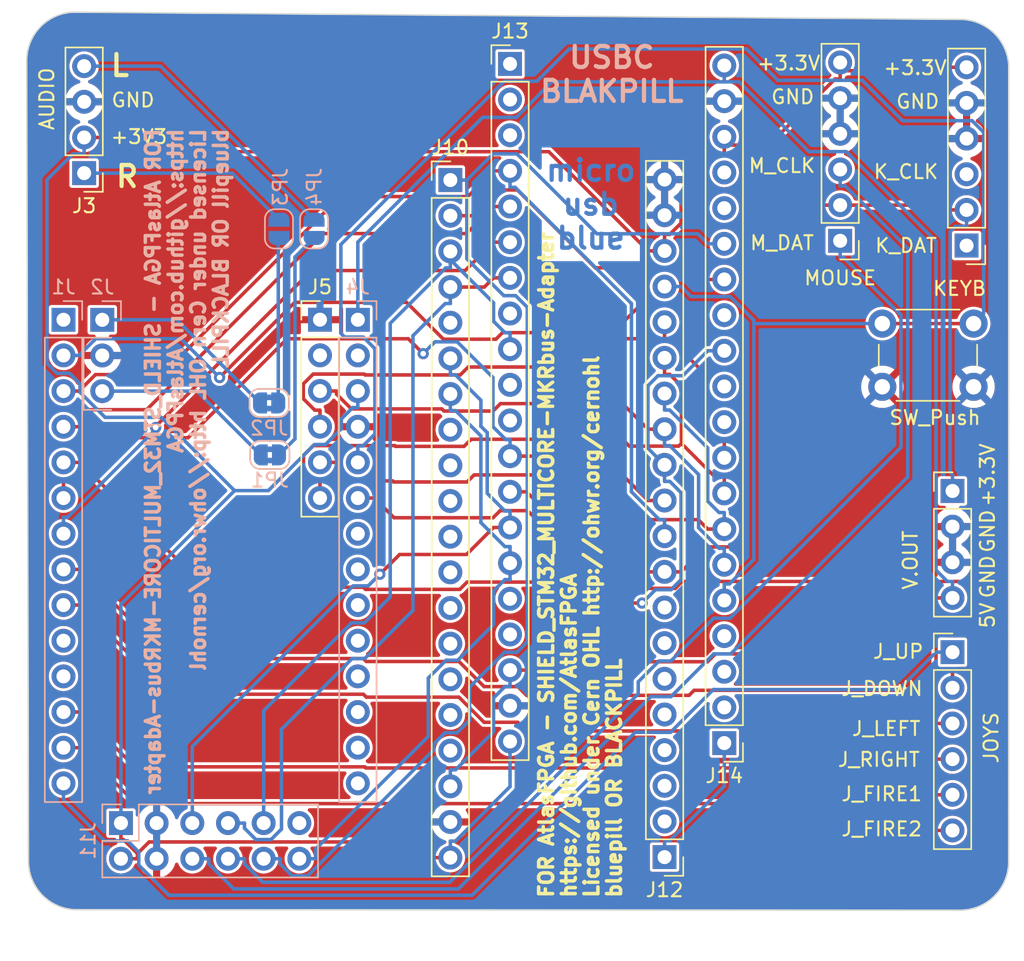
<source format=kicad_pcb>
(kicad_pcb (version 20211014) (generator pcbnew)
  (title_block (title "ATLAS SHIELD_STM32_MULTICORE-MKRbus FINAL") (date "2023-06-07") (rev "FINAL") (company "The Experiment Group") (comment 1 "LICENSE OHL CERN V2 S") (comment 2 "https://ohwr.org/cern_ohl_s_v2.txt"))
  (layers (0 "F.Cu" signal) (31 "B.Cu" signal) (34 "B.Paste" user) (35 "F.Paste" user) (36 "B.SilkS" user "B.Silkscreen") (37 "F.SilkS" user "F.Silkscreen") (38 "B.Mask" user) (39 "F.Mask" user) (44 "Edge.Cuts" user))
  (net 0 "")
  (net 1 "R12_SD_CS")
  (net 2 "T13_SD_CLK")
  (net 3 "R13_SD_MISO")
  (net 4 "T14_SD_MOSI")
  (net 5 "P14_SD_DATA1")
  (net 6 "R14_SD_DATA2")
  (net 7 "T15_JOY_LEFT")
  (net 8 "N16_JOY_RIGHT")
  (net 9 "TMDSC_P")
  (net 10 "TMDSC_N")
  (net 11 "K15_JOY_FIRE1")
  (net 12 "K16_JOY_FIRE2")
  (net 13 "J14_JOY_UP")
  (net 14 "GND")
  (net 15 "+5V")
  (net 16 "VIN")
  (net 17 "+3.3V")
  (net 18 "RESET")
  (net 19 "R1_JOY_DOWN")
  (net 20 "TMDS_0_N")
  (net 21 "L2_KCLK")
  (net 22 "K2_KDAT")
  (net 23 "TMDS_1_P")
  (net 24 "TMDS_1_N")
  (net 25 "TMDS_0_P")
  (net 26 "TMDS_2_N")
  (net 27 "TMDS_2_P")
  (net 28 "MOUSE_DAT")
  (net 29 "MOUSE_CLK")
  (net 30 "L2_KDAT")
  (net 31 "K2_KCLK")
  (net 32 "JTAG_ENABLE")
  (net 34 "TCK")
  (net 35 "TDO")
  (net 36 "TDI")
  (net 37 "EAR")
  (net 38 "R11_RIGHT_EXTERNAL")
  (net 39 "T12_LEFT_EXTERNAL")
  (net 40 "R11_RIGHT_INTERNAL")
  (net 41 "T12_LEFT_INTERNAL")
  (net 42 "T12_LEFT_MKR")
  (net 43 "R11_RIGHT_MKR")
  (net 44 "TMS")
  (net 45 "PI_CS")
  (net 46 "PI_CLK")
  (net 47 "PI_MISO")
  (net 48 "PI_MOSI")
  (net 50 "PI_RX")
  (net 51 "PI_TX")
  (net 62 "BAT")
  (footprint "Connector_PinHeader_2.54mm:PinHeader_1x06_P2.54mm_Vertical" (layer "F.Cu") (at 199.25 86.19 180)
    (fp_text reference "J8")
    (fp_text value "Conn_01x06" hide)
  )
  (footprint "Connector_PinHeader_2.54mm:PinHeader_1x20_P2.54mm_Vertical" (layer "F.Cu") (at 166.75 73.25)
    (fp_text reference "J13")
    (fp_text value "BLACKPILL_IZQ")
  )
  (footprint "Connector_PinHeader_2.54mm:PinHeader_1x20_P2.54mm_Vertical" (layer "F.Cu") (at 182 121.625 180)
    (fp_text reference "J14")
    (fp_text value "BLACKPILL_DER")
  )
  (footprint "Connector_PinHeader_2.54mm:PinHeader_1x06_P2.54mm_Vertical" (layer "F.Cu") (at 153.22 91.47)
    (fp_text reference "J5")
    (fp_text value "JTAG")
  )
  (footprint "Connector_PinHeader_2.54mm:PinHeader_1x20_P2.54mm_Vertical" (layer "F.Cu") (at 162.5 81.525)
    (fp_text reference "J10")
    (fp_text value "BLUEPILL_IZQ")
  )
  (footprint "Connector_PinHeader_2.54mm:PinHeader_1x04_P2.54mm_Vertical" (layer "F.Cu") (at 136.43 81.03 180)
    (fp_text reference "J3")
    (fp_text value "Conn_01x04")
  )
  (footprint "Connector_PinHeader_2.54mm:PinHeader_1x06_P2.54mm_Vertical" (layer "F.Cu") (at 198.25 115.15)
    (fp_text reference "J9")
    (fp_text value "Conn_01x06" hide)
  )
  (footprint "Connector_PinHeader_2.54mm:PinHeader_1x20_P2.54mm_Vertical" (layer "F.Cu") (at 177.75 129.75 180)
    (fp_text reference "J12")
    (fp_text value "BLUEPILL_DER")
  )
  (footprint "Button_Switch_THT:SW_PUSH_6mm" (layer "F.Cu") (at 193.25 91.75)
    (fp_text reference "SW1")
    (fp_text value "SW_Push")
  )
  (footprint "Connector_PinHeader_2.54mm:PinHeader_1x04_P2.54mm_Vertical" (layer "F.Cu") (at 198.25 103.67)
    (fp_text reference "J7")
    (fp_text value "Conn_01x04" hide)
  )
  (footprint "Connector_PinHeader_2.54mm:PinHeader_1x06_P2.54mm_Vertical" (layer "F.Cu") (at 190.25 85.85 180)
    (fp_text reference "J6")
    (fp_text value "Conn_01x06" hide)
  )
  (footprint "Connector_PinHeader_2.54mm:PinHeader_1x14_P2.54mm_Vertical" (layer "B.Cu") (at 134.96 91.475 180)
    (fp_text reference "J1")
    (fp_text value "Conn_01x14" hide)
  )
  (footprint "Connector_PinHeader_2.54mm:PinHeader_1x14_P2.54mm_Vertical" (layer "B.Cu") (at 155.915 91.475 180)
    (fp_text reference "J4")
    (fp_text value "Conn_01x14")
  )
  (footprint "Jumper:SolderJumper-2_P1.3mm_Bridged2Bar_RoundedPad1.0x1.5mm" (layer "B.Cu") (at 149.65 101.1)
    (fp_text reference "JP1")
    (fp_text value "SolderJumper_2_Bridged")
  )
  (footprint "Jumper:SolderJumper-2_P1.3mm_Open_RoundedPad1.0x1.5mm" (layer "B.Cu") (at 152.8 85 90)
    (fp_text reference "JP4")
    (fp_text value "SolderJumper_2_Open")
  )
  (footprint "Jumper:SolderJumper-2_P1.3mm_Bridged2Bar_RoundedPad1.0x1.5mm" (layer "B.Cu") (at 149.6 97.4)
    (fp_text reference "JP2")
    (fp_text value "SolderJumper_2_Bridged")
  )
  (footprint "Connector_PinHeader_2.54mm:PinHeader_1x03_P2.54mm_Vertical" (layer "B.Cu") (at 137.72 91.48 180)
    (fp_text reference "J2")
    (fp_text value "Conn_01x03" hide)
  )
  (footprint "Jumper:SolderJumper-2_P1.3mm_Open_RoundedPad1.0x1.5mm" (layer "B.Cu") (at 150.3 85 90)
    (fp_text reference "JP3")
    (fp_text value "SolderJumper_2_Open")
  )
  (footprint "Connector_PinHeader_2.54mm:PinHeader_2x06_P2.54mm_Vertical" (layer "B.Cu") (at 139.05 127.325 -90)
    (fp_text reference "J11")
    (fp_text value "Conn_02x06_Odd_Even")
  )
  (gr_arc (start 202.242599 130.027968) (mid 201.249994 132.49999) (end 198.792599 133.52833) (layer "Edge.Cuts") (width 0.1))
  (gr_line (start 198.792599 133.52833) (end 135.972032 133.492611) (layer "Edge.Cuts") (width 0.1))
  (gr_arc (start 135.972032 133.492611) (mid 133.5 132.5) (end 132.47167 130.042611) (layer "Edge.Cuts") (width 0.1))
  (gr_line (start 135.792611 69.56833) (end 198.75 70.085) (layer "Edge.Cuts") (width 0.1))
  (gr_line (start 202.250362 73.535) (end 202.242599 130.027968) (layer "Edge.Cuts") (width 0.1))
  (gr_line (start 132.47167 130.042611) (end 132.342611 73.068692) (layer "Edge.Cuts") (width 0.1))
  (gr_arc (start 198.75 70.085) (mid 201.222032 71.077611) (end 202.250362 73.535) (layer "Edge.Cuts") (width 0.1))
  (gr_arc (start 132.342611 73.068692) (mid 133.335222 70.59666) (end 135.792611 69.56833) (layer "Edge.Cuts") (width 0.1))
  (gr_text "micro\nusb\nblue\n" (at 172.5 83.25) (layer "B.Cu") (effects (font (size 1.5 1.5) (thickness 0.3))))
  (gr_text "USBC\nBLAKPILL" (at 174 74) (layer "B.SilkS") (effects (font (size 1.5 1.5) (thickness 0.3))))
  (gr_text "FOR AtlasFPGA - SHIELD_STM32_MULTICORE-MKRbus-Adapter\nhttps://github.com/AtlasFPGA\nLicensed under Cern OHL http://ohwr.org/cernohl\nbluepill OR BLACKPILL" (at 143.75 77.75 90) (layer "B.SilkS") (effects (font (size 1 1) (thickness 0.25)) (justify left mirror)))
  (gr_text "GND\n" (at 139.91 75.83) (layer "F.SilkS") (effects (font (size 1 1))))
  (gr_text "V.OUT\n" (at 195.25 108.59 90) (layer "F.SilkS") (effects (font (size 1 1))))
  (gr_text "JOYS" (at 201 121.25 90) (layer "F.SilkS") (effects (font (size 1 1))))
  (gr_text "KEYB" (at 198.75 89.25) (layer "F.SilkS") (effects (font (size 1 1))))
  (gr_text "L" (at 138.98 73.37) (layer "F.SilkS") (effects (font (size 1.5 1.5) (thickness 0.3))))
  (gr_text "R" (at 139.49 81.27) (layer "F.SilkS") (effects (font (size 1.5 1.5) (thickness 0.3))))
  (gr_text "AUDIO" (at 133.78 75.74 90) (layer "F.SilkS") (effects (font (size 1 1))))
  (gr_text "FOR AtlasFPGA - SHIELD_STM32_MULTICORE-MKRbus-Adapter\nhttps://github.com/AtlasFPGA\nLicensed under Cern OHL http://ohwr.org/cernohl\nbluepill OR BLACKPILL" (at 171.75 132.75 -270) (layer "F.SilkS") (effects (font (size 1 1) (thickness 0.25)) (justify left)))
  (gr_text "MOUSE" (at 190.25 88.5) (layer "F.SilkS") (effects (font (size 1 1))))
  (gr_text "+3V3" (at 140.33 78.44) (layer "F.SilkS") (effects (font (size 1 1))))
  (segment (start 178.9253 109.43) (end 180.7003 107.655) (width 0.25) (layer "F.Cu") (net 1))
  (segment (start 178.242 90.4349) (end 176.0162 90.4349) (width 0.25) (layer "F.Cu") (net 1))
  (segment (start 165.7431 92.8603) (end 162.0051 92.8603) (width 0.25) (layer "F.Cu") (net 1))
  (segment (start 180.7003 107.655) (end 182.3924 107.655) (width 0.25) (layer "F.Cu") (net 1))
  (segment (start 182.4714 92.415) (end 180.2221 92.415) (width 0.25) (layer "F.Cu") (net 1))
  (segment (start 159.3811 90.2363) (end 151.4237 90.2363) (width 0.25) (layer "F.Cu") (net 1))
  (segment (start 177.75 109.43) (end 178.9253 109.43) (width 0.25) (layer "F.Cu") (net 1))
  (segment (start 180.2221 92.415) (end 178.242 90.4349) (width 0.25) (layer "F.Cu") (net 1))
  (segment (start 162.0051 92.8603) (end 159.3811 90.2363) (width 0.25) (layer "F.Cu") (net 1))
  (segment (start 151.4237 90.2363) (end 146.0705 95.5895) (width 0.25) (layer "F.Cu") (net 1))
  (segment (start 166.9108 103.73) (end 166.75 103.73) (width 0.25) (layer "F.Cu") (net 1))
  (segment (start 166.9108 103.73) (end 167.9253 103.73) (width 0.25) (layer "F.Cu") (net 1))
  (segment (start 174.0565 92.3946) (end 166.2088 92.3946) (width 0.25) (layer "F.Cu") (net 1))
  (segment (start 183.205 106.8424) (end 183.205 93.1486) (width 0.25) (layer "F.Cu") (net 1))
  (segment (start 182.3924 107.655) (end 183.205 106.8424) (width 0.25) (layer "F.Cu") (net 1))
  (segment (start 177.75 109.43) (end 176.5747 109.43) (width 0.25) (layer "F.Cu") (net 1))
  (segment (start 166.2088 92.3946) (end 165.7431 92.8603) (width 0.25) (layer "F.Cu") (net 1))
  (segment (start 167.9253 103.73) (end 173.6253 109.43) (width 0.25) (layer "F.Cu") (net 1))
  (segment (start 173.6253 109.43) (end 176.5747 109.43) (width 0.25) (layer "F.Cu") (net 1))
  (segment (start 183.205 93.1486) (end 182.4714 92.415) (width 0.25) (layer "F.Cu") (net 1))
  (segment (start 176.0162 90.4349) (end 174.0565 92.3946) (width 0.25) (layer "F.Cu") (net 1))
  (via (at 146.0705 95.5895) (size 0.8) (drill 0.4) (layers "F.Cu" "B.Cu") (net 1))
  (segment (start 136.1353 94.015) (end 136.1353 93.9415) (width 0.25) (layer "B.Cu") (net 1))
  (segment (start 136.1353 93.9415) (end 137.2515 92.8253) (width 0.25) (layer "B.Cu") (net 1))
  (segment (start 137.2515 92.8253) (end 143.3063 92.8253) (width 0.25) (layer "B.Cu") (net 1))
  (segment (start 143.3063 92.8253) (end 146.0705 95.5895) (width 0.25) (layer "B.Cu") (net 1))
  (segment (start 134.96 94.015) (end 136.1353 94.015) (width 0.25) (layer "B.Cu") (net 1))
  (segment (start 141.9862 95.3797) (end 154.6655 82.7004) (width 0.25) (layer "F.Cu") (net 2))
  (segment (start 166.75 80.87) (end 165.5747 80.87) (width 0.25) (layer "F.Cu") (net 2))
  (segment (start 134.96 96.555) (end 136.1353 96.555) (width 0.25) (layer "F.Cu") (net 2))
  (segment (start 136.1353 96.4814) (end 137.237 95.3797) (width 0.25) (layer "F.Cu") (net 2))
  (segment (start 163.7443 82.7004) (end 165.5747 80.87) (width 0.25) (layer "F.Cu") (net 2))
  (segment (start 154.6655 82.7004) (end 163.7443 82.7004) (width 0.25) (layer "F.Cu") (net 2))
  (segment (start 137.237 95.3797) (end 141.9862 95.3797) (width 0.25) (layer "F.Cu") (net 2))
  (segment (start 136.1353 96.555) (end 136.1353 96.4814) (width 0.25) (layer "F.Cu") (net 2))
  (segment (start 166.75 82.0453) (end 167.1173 82.0453) (width 0.25) (layer "B.Cu") (net 2))
  (segment (start 175.3904 90.3184) (end 175.3904 103.7224) (width 0.25) (layer "B.Cu") (net 2))
  (segment (start 175.3904 103.7224) (end 177.3827 105.7147) (width 0.25) (layer "B.Cu") (net 2))
  (segment (start 177.3827 105.7147) (end 177.75 105.7147) (width 0.25) (layer "B.Cu") (net 2))
  (segment (start 166.75 80.87) (end 166.75 82.0453) (width 0.25) (layer "B.Cu") (net 2))
  (segment (start 177.75 106.89) (end 177.75 105.7147) (width 0.25) (layer "B.Cu") (net 2))
  (segment (start 167.1173 82.0453) (end 175.3904 90.3184) (width 0.25) (layer "B.Cu") (net 2))
  (segment (start 177.75 104.35) (end 176.5747 104.35) (width 0.25) (layer "F.Cu") (net 3))
  (segment (start 143.8304 99.8766) (end 150.8774 92.8296) (width 0.25) (layer "F.Cu") (net 3))
  (segment (start 150.8774 92.8296) (end 159.5057 92.8296) (width 0.25) (layer "F.Cu") (net 3))
  (segment (start 136.9169 99.8766) (end 143.8304 99.8766) (width 0.25) (layer "F.Cu") (net 3))
  (segment (start 173.4147 101.19) (end 176.5747 104.35) (width 0.25) (layer "F.Cu") (net 3))
  (segment (start 134.96 99.095) (end 136.1353 99.095) (width 0.25) (layer "F.Cu") (net 3))
  (segment (start 136.1353 99.095) (end 136.9169 99.8766) (width 0.25) (layer "F.Cu") (net 3))
  (segment (start 166.75 101.19) (end 173.4147 101.19) (width 0.25) (layer "F.Cu") (net 3))
  (segment (start 159.5057 92.8296) (end 160.5666 93.8905) (width 0.25) (layer "F.Cu") (net 3))
  (via (at 160.5666 93.8905) (size 0.8) (drill 0.4) (layers "F.Cu" "B.Cu") (net 3))
  (segment (start 165.5343 99.0966) (end 165.5343 95.5896) (width 0.25) (layer "B.Cu") (net 3))
  (segment (start 166.75 101.19) (end 166.75 100.0147) (width 0.25) (layer "B.Cu") (net 3))
  (segment (start 161.4122 93.0449) (end 160.5666 93.8905) (width 0.25) (layer "B.Cu") (net 3))
  (segment (start 166.4524 100.0147) (end 165.5343 99.0966) (width 0.25) (layer "B.Cu") (net 3))
  (segment (start 166.75 100.0147) (end 166.4524 100.0147) (width 0.25) (layer "B.Cu") (net 3))
  (segment (start 162.9896 93.0449) (end 161.4122 93.0449) (width 0.25) (layer "B.Cu") (net 3))
  (segment (start 165.5343 95.5896) (end 162.9896 93.0449) (width 0.25) (layer "B.Cu") (net 3))
  (segment (start 171.15 111.6527) (end 176.1491 111.6527) (width 0.25) (layer "F.Cu") (net 4))
  (segment (start 136.1353 101.635) (end 145.0266 110.5263) (width 0.25) (layer "F.Cu") (net 4))
  (segment (start 156.4602 110.6779) (end 163.1721 110.6779) (width 0.25) (layer "F.Cu") (net 4))
  (segment (start 163.1721 110.6779) (end 163.6915 110.1585) (width 0.25) (layer "F.Cu") (net 4))
  (segment (start 134.96 101.635) (end 136.1353 101.635) (width 0.25) (layer "F.Cu") (net 4))
  (segment (start 169.6558 110.1585) (end 171.15 111.6527) (width 0.25) (layer "F.Cu") (net 4))
  (segment (start 145.0266 110.5263) (end 156.3086 110.5263) (width 0.25) (layer "F.Cu") (net 4))
  (segment (start 156.3086 110.5263) (end 156.4602 110.6779) (width 0.25) (layer "F.Cu") (net 4))
  (segment (start 163.6915 110.1585) (end 169.6558 110.1585) (width 0.25) (layer "F.Cu") (net 4))
  (via (at 176.1491 111.6527) (size 0.8) (drill 0.4) (layers "F.Cu" "B.Cu") (net 4))
  (segment (start 177.1018 110.7) (end 178.2138 110.7) (width 0.25) (layer "B.Cu") (net 4))
  (segment (start 178.9253 103.7932) (end 178.1174 102.9853) (width 0.25) (layer "B.Cu") (net 4))
  (segment (start 177.75 101.81) (end 177.75 102.9853) (width 0.25) (layer "B.Cu") (net 4))
  (segment (start 178.2138 110.7) (end 178.9253 109.9885) (width 0.25) (layer "B.Cu") (net 4))
  (segment (start 178.1174 102.9853) (end 177.75 102.9853) (width 0.25) (layer "B.Cu") (net 4))
  (segment (start 182 93.685) (end 180.8247 93.685) (width 0.25) (layer "B.Cu") (net 4))
  (segment (start 176.5662 100.6262) (end 177.75 101.81) (width 0.25) (layer "B.Cu") (net 4))
  (segment (start 176.1491 111.6527) (end 177.1018 110.7) (width 0.25) (layer "B.Cu") (net 4))
  (segment (start 180.8247 93.685) (end 179.0497 95.46) (width 0.25) (layer "B.Cu") (net 4))
  (segment (start 177.2843 95.46) (end 176.5662 96.1781) (width 0.25) (layer "B.Cu") (net 4))
  (segment (start 178.9253 109.9885) (end 178.9253 103.7932) (width 0.25) (layer "B.Cu") (net 4))
  (segment (start 176.5662 96.1781) (end 176.5662 100.6262) (width 0.25) (layer "B.Cu") (net 4))
  (segment (start 179.0497 95.46) (end 177.2843 95.46) (width 0.25) (layer "B.Cu") (net 4))
  (segment (start 140.8763 97.882) (end 153.4233 85.335) (width 0.25) (layer "F.Cu") (net 5))
  (segment (start 134.96 102.9997) (end 134.5927 102.9997) (width 0.25) (layer "F.Cu") (net 5))
  (segment (start 133.7805 102.1875) (end 133.7805 98.5634) (width 0.25) (layer "F.Cu") (net 5))
  (segment (start 133.7805 98.5634) (end 134.4619 97.882) (width 0.25) (layer "F.Cu") (net 5))
  (segment (start 134.4619 97.882) (end 140.8763 97.882) (width 0.25) (layer "F.Cu") (net 5))
  (segment (start 134.96 104.175) (end 134.96 102.9997) (width 0.25) (layer "F.Cu") (net 5))
  (segment (start 153.4233 85.335) (end 163.6497 85.335) (width 0.25) (layer "F.Cu") (net 5))
  (segment (start 163.6497 85.335) (end 165.5747 83.41) (width 0.25) (layer "F.Cu") (net 5))
  (segment (start 166.75 83.41) (end 165.5747 83.41) (width 0.25) (layer "F.Cu") (net 5))
  (segment (start 134.5927 102.9997) (end 133.7805 102.1875) (width 0.25) (layer "F.Cu") (net 5))
  (segment (start 152.6173 87.9696) (end 163.5551 87.9696) (width 0.25) (layer "F.Cu") (net 6))
  (segment (start 166.75 85.95) (end 165.5747 85.95) (width 0.25) (layer "F.Cu") (net 6))
  (segment (start 163.5551 87.9696) (end 165.5747 85.95) (width 0.25) (layer "F.Cu") (net 6))
  (segment (start 141.5224 99.1507) (end 141.5224 99.0645) (width 0.25) (layer "F.Cu") (net 6))
  (segment (start 141.5224 99.0645) (end 152.6173 87.9696) (width 0.25) (layer "F.Cu") (net 6))
  (via (at 141.5224 99.1507) (size 0.8) (drill 0.4) (layers "F.Cu" "B.Cu") (net 6))
  (segment (start 134.96 106.715) (end 134.96 105.5397) (width 0.25) (layer "B.Cu") (net 6))
  (segment (start 135.2586 105.5397) (end 141.5224 99.2759) (width 0.25) (layer "B.Cu") (net 6))
  (segment (start 134.96 105.5397) (end 135.2586 105.5397) (width 0.25) (layer "B.Cu") (net 6))
  (segment (start 141.5224 99.2759) (end 141.5224 99.1507) (width 0.25) (layer "B.Cu") (net 6))
  (segment (start 194.711 117.8663) (end 197.0747 120.23) (width 0.25) (layer "F.Cu") (net 7))
  (segment (start 179.8509 117.8663) (end 194.711 117.8663) (width 0.25) (layer "F.Cu") (net 7))
  (segment (start 198.25 120.23) (end 197.0747 120.23) (width 0.25) (layer "F.Cu") (net 7))
  (segment (start 142.4866 115.6063) (end 156.3086 115.6063) (width 0.25) (layer "F.Cu") (net 7))
  (segment (start 167.3054 117.6054) (end 167.9254 118.2254) (width 0.25) (layer "F.Cu") (net 7))
  (segment (start 163.1129 115.815) (end 164.9033 117.6054) (width 0.25) (layer "F.Cu") (net 7))
  (segment (start 167.9254 118.2254) (end 179.4918 118.2254) (width 0.25) (layer "F.Cu") (net 7))
  (segment (start 179.4918 118.2254) (end 179.8509 117.8663) (width 0.25) (layer "F.Cu") (net 7))
  (segment (start 164.9033 117.6054) (end 167.3054 117.6054) (width 0.25) (layer "F.Cu") (net 7))
  (segment (start 156.3086 115.6063) (end 156.5173 115.815) (width 0.25) (layer "F.Cu") (net 7))
  (segment (start 136.1353 109.255) (end 142.4866 115.6063) (width 0.25) (layer "F.Cu") (net 7))
  (segment (start 156.5173 115.815) (end 163.1129 115.815) (width 0.25) (layer "F.Cu") (net 7))
  (segment (start 134.96 109.255) (end 136.1353 109.255) (width 0.25) (layer "F.Cu") (net 7))
  (segment (start 156.3086 118.1463) (end 156.5173 118.355) (width 0.25) (layer "F.Cu") (net 8))
  (segment (start 179.5293 120.4496) (end 194.7543 120.4496) (width 0.25) (layer "F.Cu") (net 8))
  (segment (start 156.5173 118.355) (end 163.1129 118.355) (width 0.25) (layer "F.Cu") (net 8))
  (segment (start 167.3054 120.1454) (end 167.9254 120.7654) (width 0.25) (layer "F.Cu") (net 8))
  (segment (start 163.1129 118.355) (end 164.9033 120.1454) (width 0.25) (layer "F.Cu") (net 8))
  (segment (start 198.25 122.77) (end 197.0747 122.77) (width 0.25) (layer "F.Cu") (net 8))
  (segment (start 164.9033 120.1454) (end 167.3054 120.1454) (width 0.25) (layer "F.Cu") (net 8))
  (segment (start 179.2135 120.7654) (end 179.5293 120.4496) (width 0.25) (layer "F.Cu") (net 8))
  (segment (start 136.1353 111.795) (end 142.4866 118.1463) (width 0.25) (layer "F.Cu") (net 8))
  (segment (start 194.7543 120.4496) (end 197.0747 122.77) (width 0.25) (layer "F.Cu") (net 8))
  (segment (start 134.96 111.795) (end 136.1353 111.795) (width 0.25) (layer "F.Cu") (net 8))
  (segment (start 142.4866 118.1463) (end 156.3086 118.1463) (width 0.25) (layer "F.Cu") (net 8))
  (segment (start 167.9254 120.7654) (end 179.2135 120.7654) (width 0.25) (layer "F.Cu") (net 8))
  (segment (start 136.1353 119.415) (end 140.04 123.3197) (width 0.25) (layer "F.Cu") (net 11))
  (segment (start 140.04 123.3197) (end 156.402 123.3197) (width 0.25) (layer "F.Cu") (net 11))
  (segment (start 195.1647 123.4) (end 197.0747 125.31) (width 0.25) (layer "F.Cu") (net 11))
  (segment (start 156.4823 123.4) (end 195.1647 123.4) (width 0.25) (layer "F.Cu") (net 11))
  (segment (start 156.402 123.3197) (end 156.4823 123.4) (width 0.25) (layer "F.Cu") (net 11))
  (segment (start 198.25 125.31) (end 197.0747 125.31) (width 0.25) (layer "F.Cu") (net 11))
  (segment (start 134.96 119.415) (end 136.1353 119.415) (width 0.25) (layer "F.Cu") (net 11))
  (segment (start 198.25 127.85) (end 197.0747 127.85) (width 0.25) (layer "F.Cu") (net 12))
  (segment (start 134.96 121.955) (end 136.1353 121.955) (width 0.25) (layer "F.Cu") (net 12))
  (segment (start 136.1353 121.955) (end 140.1202 125.9399) (width 0.25) (layer "F.Cu") (net 12))
  (segment (start 195.1646 125.9399) (end 197.0747 127.85) (width 0.25) (layer "F.Cu") (net 12))
  (segment (start 140.1202 125.9399) (end 195.1646 125.9399) (width 0.25) (layer "F.Cu") (net 12))
  (segment (start 137.8847 128.595) (end 139.5283 128.595) (width 0.25) (layer "B.Cu") (net 13))
  (segment (start 178.1746 120.86) (end 181.2196 117.815) (width 0.25) (layer "B.Cu") (net 13))
  (segment (start 175.6572 120.86) (end 178.1746 120.86) (width 0.25) (layer "B.Cu") (net 13))
  (segment (start 198.25 115.15) (end 197.0747 115.15) (width 0.25) (layer "B.Cu") (net 13))
  (segment (start 134.96 125.6703) (end 137.8847 128.595) (width 0.25) (layer "B.Cu") (net 13))
  (segment (start 139.5283 128.595) (end 140.32 129.3867) (width 0.25) (layer "B.Cu") (net 13))
  (segment (start 164.0536 132.4636) (end 175.6572 120.86) (width 0.25) (layer "B.Cu") (net 13))
  (segment (start 194.4097 117.815) (end 197.0747 115.15) (width 0.25) (layer "B.Cu") (net 13))
  (segment (start 140.32 130.317) (end 142.4666 132.4636) (width 0.25) (layer "B.Cu") (net 13))
  (segment (start 134.96 124.495) (end 134.96 125.6703) (width 0.25) (layer "B.Cu") (net 13))
  (segment (start 142.4666 132.4636) (end 164.0536 132.4636) (width 0.25) (layer "B.Cu") (net 13))
  (segment (start 181.2196 117.815) (end 194.4097 117.815) (width 0.25) (layer "B.Cu") (net 13))
  (segment (start 140.32 129.3867) (end 140.32 130.317) (width 0.25) (layer "B.Cu") (net 13))
  (segment (start 167.9253 116.43) (end 168.5237 115.8316) (width 0.25) (layer "F.Cu") (net 15))
  (segment (start 193.0897 115.275) (end 197.0747 111.29) (width 0.25) (layer "F.Cu") (net 15))
  (segment (start 198.25 111.29) (end 197.0747 111.29) (width 0.25) (layer "F.Cu") (net 15))
  (segment (start 166.75 116.43) (end 167.9253 116.43) (width 0.25) (layer "F.Cu") (net 15))
  (segment (start 180.8132 115.8316) (end 181.3698 115.275) (width 0.25) (layer "F.Cu") (net 15))
  (segment (start 181.3698 115.275) (end 193.0897 115.275) (width 0.25) (layer "F.Cu") (net 15))
  (segment (start 168.5237 115.8316) (end 180.8132 115.8316) (width 0.25) (layer "F.Cu") (net 15))
  (segment (start 197.8826 110.1147) (end 198.25 110.1147) (width 0.25) (layer "B.Cu") (net 15))
  (segment (start 155.915 91.475) (end 155.915 90.2997) (width 0.25) (layer "B.Cu") (net 15))
  (segment (start 165.5747 120.8223) (end 162.8673 123.5297) (width 0.25) (layer "B.Cu") (net 15))
  (segment (start 164.8006 77.06) (end 167.1993 77.06) (width 0.25) (layer "B.Cu") (net 15))
  (segment (start 182 74.5298) (end 183.0562 74.5298) (width 0.25) (layer "B.Cu") (net 15))
  (segment (start 166.75 116.43) (end 166.75 117.6053) (width 0.25) (layer "B.Cu") (net 15))
  (segment (start 166.3826 117.6053) (end 165.5747 118.4132) (width 0.25) (layer "B.Cu") (net 15))
  (segment (start 162.5 124.705) (end 162.5 123.5297) (width 0.25) (layer "B.Cu") (net 15))
  (segment (start 155.915 90.2997) (end 155.915 85.9456) (width 0.25) (layer "B.Cu") (net 15))
  (segment (start 162.8673 123.5297) (end 162.5 123.5297) (width 0.25) (layer "B.Cu") (net 15))
  (segment (start 165.5747 118.4132) (end 165.5747 120.8223) (width 0.25) (layer "B.Cu") (net 15))
  (segment (start 197.0747 85.883) (end 197.0747 109.3068) (width 0.25) (layer "B.Cu") (net 15))
  (segment (start 166.75 117.6053) (end 166.3826 117.6053) (width 0.25) (layer "B.Cu") (net 15))
  (segment (start 197.0747 109.3068) (end 197.8826 110.1147) (width 0.25) (layer "B.Cu") (net 15))
  (segment (start 183.0562 74.5298) (end 188.0264 79.5) (width 0.25) (layer "B.Cu") (net 15))
  (segment (start 169.7295 74.5298) (end 182 74.5298) (width 0.25) (layer "B.Cu") (net 15))
  (segment (start 155.915 85.9456) (end 164.8006 77.06) (width 0.25) (layer "B.Cu") (net 15))
  (segment (start 167.1993 77.06) (end 169.7295 74.5298) (width 0.25) (layer "B.Cu") (net 15))
  (segment (start 188.0264 79.5) (end 190.6917 79.5) (width 0.25) (layer "B.Cu") (net 15))
  (segment (start 182 73.365) (end 182 74.5298) (width 0.25) (layer "B.Cu") (net 15))
  (segment (start 198.25 111.29) (end 198.25 110.1147) (width 0.25) (layer "B.Cu") (net 15))
  (segment (start 190.6917 79.5) (end 197.0747 85.883) (width 0.25) (layer "B.Cu") (net 15))
  (segment (start 182 79.0326) (end 182 79.6203) (width 0.25) (layer "F.Cu") (net 17))
  (segment (start 190.25 83.31) (end 189.0747 83.31) (width 0.25) (layer "F.Cu") (net 17))
  (segment (start 190.25 73.7376) (end 197.8271 73.7376) (width 0.25) (layer "F.Cu") (net 17))
  (segment (start 160.2092 128.6695) (end 161.3247 129.785) (width 0.25) (layer "F.Cu") (net 17))
  (segment (start 141.0535 128.6695) (end 160.2092 128.6695) (width 0.25) (layer "F.Cu") (net 17))
  (segment (start 178.9253 84.5868) (end 178.1174 85.3947) (width 0.25) (layer "F.Cu") (net 17))
  (segment (start 177.75 86.57) (end 177.75 85.3947) (width 0.25) (layer "F.Cu") (net 17))
  (segment (start 190.25 74.3253) (end 189.8827 74.3253) (width 0.25) (layer "F.Cu") (net 17))
  (segment (start 190.8377 83.31) (end 197.7347 83.31) (width 0.25) (layer "F.Cu") (net 17))
  (segment (start 184.7973 79.0326) (end 184.9864 79.2216) (width 0.25) (layer "F.Cu") (net 17))
  (segment (start 177.75 86.57) (end 176.5747 86.57) (width 0.25) (layer "F.Cu") (net 17))
  (segment (start 182 79.0326) (end 184.7973 79.0326) (width 0.25) (layer "F.Cu") (net 17))
  (segment (start 190.25 73.7376) (end 190.25 74.3253) (width 0.25) (layer "F.Cu") (net 17))
  (segment (start 181.6747 79.6203) (end 178.9253 82.3697) (width 0.25) (layer "F.Cu") (net 17))
  (segment (start 197.8271 73.7376) (end 198.0747 73.49) (width 0.25) (layer "F.Cu") (net 17))
  (segment (start 139.2279 128.5003) (end 139.05 128.5003) (width 0.25) (layer "F.Cu") (net 17))
  (segment (start 178.1174 85.3947) (end 177.75 85.3947) (width 0.25) (layer "F.Cu") (net 17))
  (segment (start 169.5101 79.5054) (end 176.5747 86.57) (width 0.25) (layer "F.Cu") (net 17))
  (segment (start 140.2253 129.4977) (end 141.0535 128.6695) (width 0.25) (layer "F.Cu") (net 17))
  (segment (start 182 78.445) (end 182 79.0326) (width 0.25) (layer "F.Cu") (net 17))
  (segment (start 139.05 129.865) (end 140.2253 129.865) (width 0.25) (layer "F.Cu") (net 17))
  (segment (start 178.9253 82.3697) (end 178.9253 84.5868) (width 0.25) (layer "F.Cu") (net 17))
  (segment (start 139.05 127.325) (end 139.05 128.5003) (width 0.25) (layer "F.Cu") (net 17))
  (segment (start 140.2253 129.4977) (end 139.2279 128.5003) (width 0.25) (layer "F.Cu") (net 17))
  (segment (start 189.8827 74.3253) (end 184.9864 79.2216) (width 0.25) (layer "F.Cu") (net 17))
  (segment (start 162.5 129.785) (end 161.3247 129.785) (width 0.25) (layer "F.Cu") (net 17))
  (segment (start 190.25 73.15) (end 190.25 73.7376) (width 0.25) (layer "F.Cu") (net 17))
  (segment (start 184.9864 79.2216) (end 189.0747 83.31) (width 0.25) (layer "F.Cu") (net 17))
  (segment (start 140.2253 129.865) (end 140.2253 129.4977) (width 0.25) (layer "F.Cu") (net 17))
  (segment (start 137.6053 78.49) (end 138.6207 79.5054) (width 0.25) (layer "F.Cu") (net 17))
  (segment (start 190.25 83.31) (end 190.8377 83.31) (width 0.25) (layer "F.Cu") (net 17))
  (segment (start 199.25 73.49) (end 198.0747 73.49) (width 0.25) (layer "F.Cu") (net 17))
  (segment (start 136.43 78.49) (end 137.6053 78.49) (width 0.25) (layer "F.Cu") (net 17))
  (segment (start 199.25 83.65) (end 198.0747 83.65) (width 0.25) (layer "F.Cu") (net 17))
  (segment (start 138.6207 79.5054) (end 169.5101 79.5054) (width 0.25) (layer "F.Cu") (net 17))
  (segment (start 182 79.6203) (end 181.6747 79.6203) (width 0.25) (layer "F.Cu") (net 17))
  (segment (start 197.7347 83.31) (end 198.0747 83.65) (width 0.25) (layer "F.Cu") (net 17))
  (segment (start 155.915 96.555) (end 155.915 97.7303) (width 0.25) (layer "B.Cu") (net 17))
  (segment (start 135.622 79.6653) (end 136.43 79.6653) (width 0.25) (layer "B.Cu") (net 17))
  (segment (start 136.43 78.49) (end 136.43 79.6653) (width 0.25) (layer "B.Cu") (net 17))
  (segment (start 141.917 98.4254) (end 137.9231 98.4254) (width 0.25) (layer "B.Cu") (net 17))
  (segment (start 133.7846 94.5834) (end 133.7846 81.5027) (width 0.25) (layer "B.Cu") (net 17))
  (segment (start 198.4419 84.8253) (end 199.25 84.8253) (width 0.25) (layer "B.Cu") (net 17))
  (segment (start 199.25 83.65) (end 199.25 84.8253) (width 0.25) (layer "B.Cu") (net 17))
  (segment (start 147.1369 103.6453) (end 141.917 98.4254) (width 0.25) (layer "B.Cu") (net 17))
  (segment (start 198.25 102.4947) (end 198.0747 102.3194) (width 0.25) (layer "B.Cu") (net 17))
  (segment (start 155.5476 97.7303) (end 155.915 97.7303) (width 0.25) (layer "B.Cu") (net 17))
  (segment (start 147.1369 103.6453) (end 149.5424 103.6453) (width 0.25) (layer "B.Cu") (net 17))
  (segment (start 152.8277 100.36) (end 153.6134 100.36) (width 0.25) (layer "B.Cu") (net 17))
  (segment (start 162.8673 128.6097) (end 166.75 124.727) (width 0.25) (layer "B.Cu") (net 17))
  (segment (start 134.4862 95.285) (end 133.7846 94.5834) (width 0.25) (layer "B.Cu") (net 17))
  (segment (start 198.25 103.67) (end 198.25 102.4947) (width 0.25) (layer "B.Cu") (net 17))
  (segment (start 133.7846 81.5027) (end 135.622 79.6653) (width 0.25) (layer "B.Cu") (net 17))
  (segment (start 154.7397 99.2337) (end 154.7397 98.5382) (width 0.25) (layer "B.Cu") (net 17))
  (segment (start 162.5 128.6097) (end 162.8673 128.6097) (width 0.25) (layer "B.Cu") (net 17))
  (segment (start 162.5 129.785) (end 162.5 128.6097) (width 0.25) (layer "B.Cu") (net 17))
  (segment (start 136.1355 96.6378) (end 136.1355 96.0321) (width 0.25) (layer "B.Cu") (net 17))
  (segment (start 136.1355 96.0321) (end 135.3884 95.285) (width 0.25) (layer "B.Cu") (net 17))
  (segment (start 198.0747 102.3194) (end 198.0747 85.1925) (width 0.25) (layer "B.Cu") (net 17))
  (segment (start 139.05 111.7322) (end 147.1369 103.6453) (width 0.25) (layer "B.Cu") (net 17))
  (segment (start 198.0747 85.1925) (end 198.4419 84.8253) (width 0.25) (layer "B.Cu") (net 17))
  (segment (start 149.5424 103.6453) (end 152.8277 100.36) (width 0.25) (layer "B.Cu") (net 17))
  (segment (start 137.9231 98.4254) (end 136.1355 96.6378) (width 0.25) (layer "B.Cu") (net 17))
  (segment (start 166.75 124.727) (end 166.75 121.51) (width 0.25) (layer "B.Cu") (net 17))
  (segment (start 135.3884 95.285) (end 134.4862 95.285) (width 0.25) (layer "B.Cu") (net 17))
  (segment (start 139.05 127.325) (end 139.05 111.7322) (width 0.25) (layer "B.Cu") (net 17))
  (segment (start 154.7397 98.5382) (end 155.5476 97.7303) (width 0.25) (layer "B.Cu") (net 17))
  (segment (start 153.6134 100.36) (end 154.7397 99.2337) (width 0.25) (layer "B.Cu") (net 17))
  (segment (start 199.75 91.75) (end 193.25 91.75) (width 0.25) (layer "F.Cu") (net 18))
  (segment (start 191.8149 74.42) (end 194.6949 77.3) (width 0.25) (layer "B.Cu") (net 18))
  (segment (start 154.7074 92.4376) (end 154.7074 86.1085) (width 0.25) (layer "B.Cu") (net 18))
  (segment (start 183.5812 72.1872) (end 185.814 74.42) (width 0.25) (layer "B.Cu") (net 18))
  (segment (start 200.4675 78.1201) (end 200.4675 91.0325) (width 0.25) (layer "B.Cu") (net 18))
  (segment (start 179.6387 89.8234) (end 182.4232 89.8234) (width 0.25) (layer "B.Cu") (net 18))
  (segment (start 182.4232 89.8234) (end 184.1089 91.5091) (width 0.25) (layer "B.Cu") (net 18))
  (segment (start 182 111.465) (end 182 110.2897) (width 0.25) (layer "B.Cu") (net 18))
  (segment (start 166.3284 74.4875) (end 168.6584 74.4875) (width 0.25) (layer "B.Cu") (net 18))
  (segment (start 157.1293 99.6127) (end 157.1293 93.5371) (width 0.25) (layer "B.Cu") (net 18))
  (segment (start 184.1089 91.5091) (end 184.1089 91.75) (width 0.25) (layer "B.Cu") (net 18))
  (segment (start 200.4675 91.0325) (end 199.75 91.75) (width 0.25) (layer "B.Cu") (net 18))
  (segment (start 168.6584 74.4875) (end 170.9587 72.1872) (width 0.25) (layer "B.Cu") (net 18))
  (segment (start 155.915 100.4597) (end 156.2823 100.4597) (width 0.25) (layer "B.Cu") (net 18))
  (segment (start 154.9782 92.7084) (end 154.7074 92.4376) (width 0.25) (layer "B.Cu") (net 18))
  (segment (start 199.6474 77.3) (end 200.4675 78.1201) (width 0.25) (layer "B.Cu") (net 18))
  (segment (start 170.9587 72.1872) (end 183.5812 72.1872) (width 0.25) (layer "B.Cu") (net 18))
  (segment (start 194.6949 77.3) (end 199.6474 77.3) (width 0.25) (layer "B.Cu") (net 18))
  (segment (start 154.7074 86.1085) (end 166.3284 74.4875) (width 0.25) (layer "B.Cu") (net 18))
  (segment (start 157.1293 93.5371) (end 156.3006 92.7084) (width 0.25) (layer "B.Cu") (net 18))
  (segment (start 193.25 91.75) (end 184.1089 91.75) (width 0.25) (layer "B.Cu") (net 18))
  (segment (start 178.9253 89.11) (end 179.6387 89.8234) (width 0.25) (layer "B.Cu") (net 18))
  (segment (start 184.1089 108.5481) (end 182.3673 110.2897) (width 0.25) (layer "B.Cu") (net 18))
  (segment (start 156.3006 92.7084) (end 154.9782 92.7084) (width 0.25) (layer "B.Cu") (net 18))
  (segment (start 182.3673 110.2897) (end 182 110.2897) (width 0.25) (layer "B.Cu") (net 18))
  (segment (start 156.2823 100.4597) (end 157.1293 99.6127) (width 0.25) (layer "B.Cu") (net 18))
  (segment (start 155.915 101.635) (end 155.915 100.4597) (width 0.25) (layer "B.Cu") (net 18))
  (segment (start 185.814 74.42) (end 191.8149 74.42) (width 0.25) (layer "B.Cu") (net 18))
  (segment (start 177.75 89.11) (end 178.9253 89.11) (width 0.25) (layer "B.Cu") (net 18))
  (segment (start 184.1089 91.75) (end 184.1089 108.5481) (width 0.25) (layer "B.Cu") (net 18))
  (segment (start 198.25 116.5147) (end 197.442 116.5147) (width 0.25) (layer "F.Cu") (net 19))
  (segment (start 179.016 110.1146) (end 178.5252 110.6054) (width 0.25) (layer "F.Cu") (net 19))
  (segment (start 199.4361 110.7853) (end 198.7654 110.1146) (width 0.25) (layer "F.Cu") (net 19))
  (segment (start 178.5252 110.6054) (end 173.5308 110.6054) (width 0.25) (layer "F.Cu") (net 19))
  (segment (start 167.9976 105.0722) (end 166.0476 105.0722) (width 0.25) (layer "F.Cu") (net 19))
  (segment (start 199.4361 111.7702) (end 199.4361 110.7853) (width 0.25) (layer "F.Cu") (net 19))
  (segment (start 197.0746 114.1317) (end 199.4361 111.7702) (width 0.25) (layer "F.Cu") (net 19))
  (segment (start 166.0476 105.0722) (end 165.5421 105.5777) (width 0.25) (layer "F.Cu") (net 19))
  (segment (start 198.7654 110.1146) (end 179.016 110.1146) (width 0.25) (layer "F.Cu") (net 19))
  (segment (start 198.25 117.69) (end 198.25 116.5147) (width 0.25) (layer "F.Cu") (net 19))
  (segment (start 197.0746 116.1473) (end 197.0746 114.1317) (width 0.25) (layer "F.Cu") (net 19))
  (segment (start 158.493 105.5777) (end 157.0903 104.175) (width 0.25) (layer "F.Cu") (net 19))
  (segment (start 197.442 116.5147) (end 197.0746 116.1473) (width 0.25) (layer "F.Cu") (net 19))
  (segment (start 173.5308 110.6054) (end 167.9976 105.0722) (width 0.25) (layer "F.Cu") (net 19))
  (segment (start 155.915 104.175) (end 157.0903 104.175) (width 0.25) (layer "F.Cu") (net 19))
  (segment (start 165.5421 105.5777) (end 158.493 105.5777) (width 0.25) (layer "F.Cu") (net 19))
  (segment (start 149.154 131.541) (end 162.4525 131.541) (width 0.25) (layer "B.Cu") (net 28))
  (segment (start 162.4525 131.541) (end 175.8743 118.1192) (width 0.25) (layer "B.Cu") (net 28))
  (segment (start 147.8453 129.865) (end 147.8453 130.2323) (width 0.25) (layer "B.Cu") (net 28))
  (segment (start 177.3558 115.78) (end 178.2 115.78) (width 0.25) (layer "B.Cu") (net 28))
  (segment (start 181.245 112.735) (end 182.4043 112.735) (width 0.25) (layer "B.Cu") (net 28))
  (segment (start 146.67 129.865) (end 147.8453 129.865) (width 0.25) (layer "B.Cu") (net 28))
  (segment (start 194.5803 100.559) (end 194.5803 91.1352) (width 0.25) (layer "B.Cu") (net 28))
  (segment (start 194.5803 91.1352) (end 190.4704 87.0253) (width 0.25) (layer "B.Cu") (net 28))
  (segment (start 175.8743 118.1192) (end 175.8743 117.2615) (width 0.25) (layer "B.Cu") (net 28))
  (segment (start 175.8743 117.2615) (end 177.3558 115.78) (width 0.25) (layer "B.Cu") (net 28))
  (segment (start 147.8453 130.2323) (end 149.154 131.541) (width 0.25) (layer "B.Cu") (net 28))
  (segment (start 190.4704 87.0253) (end 190.25 87.0253) (width 0.25) (layer "B.Cu") (net 28))
  (segment (start 178.2 115.78) (end 181.245 112.735) (width 0.25) (layer "B.Cu") (net 28))
  (segment (start 190.25 85.85) (end 190.25 87.0253) (width 0.25) (layer "B.Cu") (net 28))
  (segment (start 182.4043 112.735) (end 194.5803 100.559) (width 0.25) (layer "B.Cu") (net 28))
  (segment (start 195.0602 86.3882) (end 190.6173 81.9453) (width 0.25) (layer "B.Cu") (net 29))
  (segment (start 182.4606 115.275) (end 195.0602 102.6754) (width 0.25) (layer "B.Cu") (net 29))
  (segment (start 190.25 80.77) (end 190.25 81.9453) (width 0.25) (layer "B.Cu") (net 29))
  (segment (start 176.769 118.32) (end 178.2086 118.32) (width 0.25) (layer "B.Cu") (net 29))
  (segment (start 144.13 129.865) (end 145.3053 129.865) (width 0.25) (layer "B.Cu") (net 29))
  (segment (start 163.0758 132.0132) (end 176.769 118.32) (width 0.25) (layer "B.Cu") (net 29))
  (segment (start 178.2086 118.32) (end 181.2536 115.275) (width 0.25) (layer "B.Cu") (net 29))
  (segment (start 195.0602 102.6754) (end 195.0602 86.3882) (width 0.25) (layer "B.Cu") (net 29))
  (segment (start 147.0862 132.0132) (end 163.0758 132.0132) (width 0.25) (layer "B.Cu") (net 29))
  (segment (start 145.3053 129.865) (end 145.3053 130.2323) (width 0.25) (layer "B.Cu") (net 29))
  (segment (start 190.6173 81.9453) (end 190.25 81.9453) (width 0.25) (layer "B.Cu") (net 29))
  (segment (start 181.2536 115.275) (end 182.4606 115.275) (width 0.25) (layer "B.Cu") (net 29))
  (segment (start 145.3053 130.2323) (end 147.0862 132.0132) (width 0.25) (layer "B.Cu") (net 29))
  (segment (start 177.75 99.27) (end 176.5747 99.27) (width 0.25) (layer "F.Cu") (net 34))
  (segment (start 176.5747 99.27) (end 174.7538 97.4491) (width 0.25) (layer "F.Cu") (net 34))
  (segment (start 154.3953 96.7704) (end 154.3953 96.55) (width 0.25) (layer "F.Cu") (net 34))
  (segment (start 155.4499 97.825) (end 154.3953 96.7704) (width 0.25) (layer "F.Cu") (net 34))
  (segment (start 153.22 96.55) (end 154.3953 96.55) (width 0.25) (layer "F.Cu") (net 34))
  (segment (start 166.0659 97.4491) (end 165.5384 97.9766) (width 0.25) (layer "F.Cu") (net 34))
  (segment (start 174.7538 97.4491) (end 166.0659 97.4491) (width 0.25) (layer "F.Cu") (net 34))
  (segment (start 161.8977 97.825) (end 155.4499 97.825) (width 0.25) (layer "F.Cu") (net 34))
  (segment (start 162.0493 97.9766) (end 161.8977 97.825) (width 0.25) (layer "F.Cu") (net 34))
  (segment (start 165.5384 97.9766) (end 162.0493 97.9766) (width 0.25) (layer "F.Cu") (net 34))
  (segment (start 180.1737 106.2907) (end 181.6327 107.7497) (width 0.25) (layer "B.Cu") (net 34))
  (segment (start 180.1737 102.5017) (end 180.1737 106.2907) (width 0.25) (layer "B.Cu") (net 34))
  (segment (start 178.1173 100.4453) (end 180.1737 102.5017) (width 0.25) (layer "B.Cu") (net 34))
  (segment (start 177.75 99.27) (end 177.75 100.4453) (width 0.25) (layer "B.Cu") (net 34))
  (segment (start 181.6327 107.7497) (end 182 107.7497) (width 0.25) (layer "B.Cu") (net 34))
  (segment (start 182 108.925) (end 182 107.7497) (width 0.25) (layer "B.Cu") (net 34))
  (segment (start 177.75 100.4453) (end 178.1173 100.4453) (width 0.25) (layer "B.Cu") (net 34))
  (segment (start 152.033 97.095) (end 152.033 96.0415) (width 0.25) (layer "F.Cu") (net 35))
  (segment (start 180.8247 99.3218) (end 181.6326 100.1297) (width 0.25) (layer "F.Cu") (net 35))
  (segment (start 177.75 91.65) (end 177.75 92.8253) (width 0.25) (layer "F.Cu") (net 35))
  (segment (start 172.248 94.84) (end 174.2627 92.8253) (width 0.25) (layer "F.Cu") (net 35))
  (segment (start 174.2627 92.8253) (end 177.75 92.8253) (width 0.25) (layer "F.Cu") (net 35))
  (segment (start 177.75 92.8253) (end 178.1173 92.8253) (width 0.25) (layer "F.Cu") (net 35))
  (segment (start 153.22 97.9147) (end 152.8527 97.9147) (width 0.25) (layer "F.Cu") (net 35))
  (segment (start 156.3656 95.3433) (end 156.4272 95.4049) (width 0.25) (layer "F.Cu") (net 35))
  (segment (start 182 101.305) (end 182 100.1297) (width 0.25) (layer "F.Cu") (net 35))
  (segment (start 163.2051 95.4049) (end 163.77 94.84) (width 0.25) (layer "F.Cu") (net 35))
  (segment (start 153.22 99.09) (end 153.22 97.9147) (width 0.25) (layer "F.Cu") (net 35))
  (segment (start 163.77 94.84) (end 172.248 94.84) (width 0.25) (layer "F.Cu") (net 35))
  (segment (start 156.4272 95.4049) (end 163.2051 95.4049) (width 0.25) (layer "F.Cu") (net 35))
  (segment (start 152.033 96.0415) (end 152.7312 95.3433) (width 0.25) (layer "F.Cu") (net 35))
  (segment (start 178.1173 92.8253) (end 180.8247 95.5327) (width 0.25) (layer "F.Cu") (net 35))
  (segment (start 152.8527 97.9147) (end 152.033 97.095) (width 0.25) (layer "F.Cu") (net 35))
  (segment (start 152.7312 95.3433) (end 156.3656 95.3433) (width 0.25) (layer "F.Cu") (net 35))
  (segment (start 181.6326 100.1297) (end 182 100.1297) (width 0.25) (layer "F.Cu") (net 35))
  (segment (start 180.8247 95.5327) (end 180.8247 99.3218) (width 0.25) (layer "F.Cu") (net 35))
  (segment (start 158.4728 103.0277) (end 158.3974 102.9523) (width 0.25) (layer "F.Cu") (net 36))
  (segment (start 155.4972 102.9523) (end 154.3953 101.8504) (width 0.25) (layer "F.Cu") (net 36))
  (segment (start 164.192 102.5265) (end 163.6908 103.0277) (width 0.25) (layer "F.Cu") (net 36))
  (segment (start 154.3953 101.8504) (end 154.3953 101.63) (width 0.25) (layer "F.Cu") (net 36))
  (segment (start 182 106.385) (end 180.8247 106.385) (width 0.25) (layer "F.Cu") (net 36))
  (segment (start 180.1543 105.7146) (end 172.3019 105.7146) (width 0.25) (layer "F.Cu") (net 36))
  (segment (start 153.22 101.63) (end 154.3953 101.63) (width 0.25) (layer "F.Cu") (net 36))
  (segment (start 158.3974 102.9523) (end 155.4972 102.9523) (width 0.25) (layer "F.Cu") (net 36))
  (segment (start 163.6908 103.0277) (end 158.4728 103.0277) (width 0.25) (layer "F.Cu") (net 36))
  (segment (start 172.3019 105.7146) (end 169.1138 102.5265) (width 0.25) (layer "F.Cu") (net 36))
  (segment (start 180.8247 106.385) (end 180.1543 105.7146) (width 0.25) (layer "F.Cu") (net 36))
  (segment (start 169.1138 102.5265) (end 164.192 102.5265) (width 0.25) (layer "F.Cu") (net 36))
  (segment (start 182 106.385) (end 182 105.2097) (width 0.25) (layer "B.Cu") (net 36))
  (segment (start 180.8247 100.6127) (end 178.1173 97.9053) (width 0.25) (layer "B.Cu") (net 36))
  (segment (start 178.1173 97.9053) (end 177.75 97.9053) (width 0.25) (layer "B.Cu") (net 36))
  (segment (start 180.8247 104.4018) (end 180.8247 100.6127) (width 0.25) (layer "B.Cu") (net 36))
  (segment (start 182 105.2097) (end 181.6326 105.2097) (width 0.25) (layer "B.Cu") (net 36))
  (segment (start 177.75 96.73) (end 177.75 97.9053) (width 0.25) (layer "B.Cu") (net 36))
  (segment (start 181.6326 105.2097) (end 180.8247 104.4018) (width 0.25) (layer "B.Cu") (net 36))
  (segment (start 146.98 81.03) (end 136.43 81.03) (width 0.25) (layer "B.Cu") (net 38))
  (segment (start 150.3 84.35) (end 146.98 81.03) (width 0.25) (layer "B.Cu") (net 38))
  (segment (start 152.8 84.35) (end 141.86 73.41) (width 0.25) (layer "B.Cu") (net 39))
  (segment (start 141.86 73.41) (end 136.43 73.41) (width 0.25) (layer "B.Cu") (net 39))
  (segment (start 151.4393 99.9607) (end 150.3 101.1) (width 0.25) (layer "B.Cu") (net 40))
  (segment (start 152.8 85.65) (end 151.4393 87.0107) (width 0.25) (layer "B.Cu") (net 40))
  (segment (start 151.4393 87.0107) (end 151.4393 99.9607) (width 0.25) (layer "B.Cu") (net 40))
  (segment (start 150.25 85.7) (end 150.25 97.4) (width 0.25) (layer "B.Cu") (net 41))
  (segment (start 150.3 85.65) (end 150.25 85.7) (width 0.25) (layer "B.Cu") (net 41))
  (segment (start 137.72 91.48) (end 143.03 91.48) (width 0.25) (layer "B.Cu") (net 42))
  (segment (start 143.03 91.48) (end 148.95 97.4) (width 0.25) (layer "B.Cu") (net 42))
  (segment (start 137.72 96.56) (end 144.46 96.56) (width 0.25) (layer "B.Cu") (net 43))
  (segment (start 144.46 96.56) (end 149 101.1) (width 0.25) (layer "B.Cu") (net 43))
  (segment (start 163.9804 99.9865) (end 163.4754 100.4915) (width 0.25) (layer "F.Cu") (net 44))
  (segment (start 181.3365 102.6697) (end 178.95 100.2832) (width 0.25) (layer "F.Cu") (net 44))
  (segment (start 175.2405 100.4758) (end 174.7512 99.9865) (width 0.25) (layer "F.Cu") (net 44))
  (segment (start 152.0447 102.1868) (end 152.8526 102.9947) (width 0.25) (layer "F.Cu") (net 44))
  (segment (start 178.95 96.1979) (end 178.1174 95.3653) (width 0.25) (layer "F.Cu") (net 44))
  (segment (start 177.75 94.19) (end 177.75 95.3653) (width 0.25) (layer "F.Cu") (net 44))
  (segment (start 178.95 100.2832) (end 178.7574 100.4758) (width 0.25) (layer "F.Cu") (net 44))
  (segment (start 174.7512 99.9865) (end 163.9804 99.9865) (width 0.25) (layer "F.Cu") (net 44))
  (segment (start 182 102.6697) (end 181.3365 102.6697) (width 0.25) (layer "F.Cu") (net 44))
  (segment (start 152.0447 101.1372) (end 152.0447 102.1868) (width 0.25) (layer "F.Cu") (net 44))
  (segment (start 152.7424 100.4395) (end 152.0447 101.1372) (width 0.25) (layer "F.Cu") (net 44))
  (segment (start 158.5403 100.4395) (end 152.7424 100.4395) (width 0.25) (layer "F.Cu") (net 44))
  (segment (start 158.5923 100.4915) (end 158.5403 100.4395) (width 0.25) (layer "F.Cu") (net 44))
  (segment (start 182 103.845) (end 182 102.6697) (width 0.25) (layer "F.Cu") (net 44))
  (segment (start 178.1174 95.3653) (end 177.75 95.3653) (width 0.25) (layer "F.Cu") (net 44))
  (segment (start 178.7574 100.4758) (end 175.2405 100.4758) (width 0.25) (layer "F.Cu") (net 44))
  (segment (start 152.8526 102.9947) (end 153.22 102.9947) (width 0.25) (layer "F.Cu") (net 44))
  (segment (start 163.4754 100.4915) (end 158.5923 100.4915) (width 0.25) (layer "F.Cu") (net 44))
  (segment (start 178.95 100.2832) (end 178.95 96.1979) (width 0.25) (layer "F.Cu") (net 44))
  (segment (start 153.22 104.17) (end 153.22 102.9947) (width 0.25) (layer "F.Cu") (net 44))
  (segment (start 165.5401 79.6602) (end 167.24 79.6602) (width 0.25) (layer "B.Cu") (net 45))
  (segment (start 162.1077 120.895) (end 162.9697 120.895) (width 0.25) (layer "B.Cu") (net 45))
  (segment (start 167.1508 89.76) (end 166.3052 89.76) (width 0.25) (layer "B.Cu") (net 45))
  (segment (start 167.2387 115.16) (end 167.977 114.4217) (width 0.25) (layer "B.Cu") (net 45))
  (segment (start 172.9314 85.3516) (end 180.1113 85.3516) (width 0.25) (layer "B.Cu") (net 45))
  (segment (start 166.3052 89.76) (end 163.6753 87.1301) (width 0.25) (layer "B.Cu") (net 45))
  (segment (start 162.9697 120.895) (end 163.8682 119.9965) (width 0.25) (layer "B.Cu") (net 45))
  (segment (start 163.8682 117.6475) (end 166.3557 115.16) (width 0.25) (layer "B.Cu") (net 45))
  (segment (start 151.2361 131.0831) (end 152.3441 131.0831) (width 0.25) (layer "B.Cu") (net 45))
  (segment (start 166.3557 115.16) (end 167.2387 115.16) (width 0.25) (layer "B.Cu") (net 45))
  (segment (start 180.1113 85.3516) (end 180.8247 86.065) (width 0.25) (layer "B.Cu") (net 45))
  (segment (start 152.3441 131.0831) (end 161.2755 122.1517) (width 0.25) (layer "B.Cu") (net 45))
  (segment (start 167.977 90.5862) (end 167.1508 89.76) (width 0.25) (layer "B.Cu") (net 45))
  (segment (start 161.2755 122.1517) (end 161.2755 121.7272) (width 0.25) (layer "B.Cu") (net 45))
  (segment (start 182 86.065) (end 180.8247 86.065) (width 0.25) (layer "B.Cu") (net 45))
  (segment (start 163.8682 119.9965) (end 163.8682 117.6475) (width 0.25) (layer "B.Cu") (net 45))
  (segment (start 167.24 79.6602) (end 172.9314 85.3516) (width 0.25) (layer "B.Cu") (net 45))
  (segment (start 163.6753 87.1301) (end 163.6753 81.525) (width 0.25) (layer "B.Cu") (net 45))
  (segment (start 167.977 114.4217) (end 167.977 90.5862) (width 0.25) (layer "B.Cu") (net 45))
  (segment (start 163.6753 81.525) (end 165.5401 79.6602) (width 0.25) (layer "B.Cu") (net 45))
  (segment (start 150.3853 129.865) (end 150.3853 130.2323) (width 0.25) (layer "B.Cu") (net 45))
  (segment (start 150.3853 130.2323) (end 151.2361 131.0831) (width 0.25) (layer "B.Cu") (net 45))
  (segment (start 161.2755 121.7272) (end 162.1077 120.895) (width 0.25) (layer "B.Cu") (net 45))
  (segment (start 162.5 81.525) (end 163.6753 81.525) (width 0.25) (layer "B.Cu") (net 45))
  (segment (start 149.21 129.865) (end 150.3853 129.865) (width 0.25) (layer "B.Cu") (net 45))
  (segment (start 179.9936 87.7739) (end 180.8247 88.605) (width 0.25) (layer "F.Cu") (net 46))
  (segment (start 172.8138 87.7739) (end 179.9936 87.7739) (width 0.25) (layer "F.Cu") (net 46))
  (segment (start 164.1948 84.065) (end 166.0299 82.2299) (width 0.25) (layer "F.Cu") (net 46))
  (segment (start 167.2698 82.2299) (end 172.8138 87.7739) (width 0.25) (layer "F.Cu") (net 46))
  (segment (start 182 88.605) (end 180.8247 88.605) (width 0.25) (layer "F.Cu") (net 46))
  (segment (start 162.5 84.065) (end 164.1948 84.065) (width 0.25) (layer "F.Cu") (net 46))
  (segment (start 166.0299 82.2299) (end 167.2698 82.2299) (width 0.25) (layer "F.Cu") (net 46))
  (segment (start 162.1722 87.7803) (end 158.2189 91.7336) (width 0.25) (layer "B.Cu") (net 47))
  (segment (start 158.2189 111.2253) (end 156.3792 113.065) (width 0.25) (layer "B.Cu") (net 47))
  (segment (start 166.75 93.57) (end 166.75 92.3947) (width 0.25) (layer "B.Cu") (net 47))
  (segment (start 166.3826 92.3947) (end 166.75 92.3947) (width 0.25) (layer "B.Cu") (net 47))
  (segment (start 156.3792 113.065) (end 155.4646 113.065) (width 0.25) (layer "B.Cu") (net 47))
  (segment (start 162.5 87.1926) (end 165.5747 90.2673) (width 0.25) (layer "B.Cu") (net 47))
  (segment (start 162.5 86.605) (end 162.5 87.1926) (width 0.25) (layer "B.Cu") (net 47))
  (segment (start 165.5747 90.2673) (end 165.5747 91.5868) (width 0.25) (layer "B.Cu") (net 47))
  (segment (start 158.2189 91.7336) (end 158.2189 111.2253) (width 0.25) (layer "B.Cu") (net 47))
  (segment (start 162.5 87.1926) (end 162.5 87.7803) (width 0.25) (layer "B.Cu") (net 47))
  (segment (start 162.5 87.7803) (end 162.1722 87.7803) (width 0.25) (layer "B.Cu") (net 47))
  (segment (start 165.5747 91.5868) (end 166.3826 92.3947) (width 0.25) (layer "B.Cu") (net 47))
  (segment (start 155.4646 113.065) (end 149.21 119.3196) (width 0.25) (layer "B.Cu") (net 47))
  (segment (start 149.21 127.325) (end 149.21 126.1497) (width 0.25) (layer "B.Cu") (net 47))
  (segment (start 149.21 119.3196) (end 149.21 126.1497) (width 0.25) (layer "B.Cu") (net 47))
  (segment (start 164.9197 89.145) (end 165.5747 88.49) (width 0.25) (layer "F.Cu") (net 48))
  (segment (start 162.5 89.145) (end 164.9197 89.145) (width 0.25) (layer "F.Cu") (net 48))
  (segment (start 166.75 88.49) (end 165.5747 88.49) (width 0.25) (layer "F.Cu") (net 48))
  (segment (start 155.5117 115.605) (end 156.4059 115.605) (width 0.25) (layer "B.Cu") (net 48))
  (segment (start 150.48 127.756) (end 150.48 120.6367) (width 0.25) (layer "B.Cu") (net 48))
  (segment (start 150.48 120.6367) (end 155.5117 115.605) (width 0.25) (layer "B.Cu") (net 48))
  (segment (start 159.8377 112.1732) (end 159.8377 92.6153) (width 0.25) (layer "B.Cu") (net 48))
  (segment (start 162.5 89.145) (end 162.5 90.3203) (width 0.25) (layer "B.Cu") (net 48))
  (segment (start 159.8377 92.6153) (end 162.1327 90.3203) (width 0.25) (layer "B.Cu") (net 48))
  (segment (start 148.6534 128.5004) (end 149.7356 128.5004) (width 0.25) (layer "B.Cu") (net 48))
  (segment (start 146.67 127.325) (end 147.8453 127.325) (width 0.25) (layer "B.Cu") (net 48))
  (segment (start 156.4059 115.605) (end 159.8377 112.1732) (width 0.25) (layer "B.Cu") (net 48))
  (segment (start 162.1327 90.3203) (end 162.5 90.3203) (width 0.25) (layer "B.Cu") (net 48))
  (segment (start 147.8453 127.6923) (end 148.6534 128.5004) (width 0.25) (layer "B.Cu") (net 48))
  (segment (start 147.8453 127.325) (end 147.8453 127.6923) (width 0.25) (layer "B.Cu") (net 48))
  (segment (start 149.7356 128.5004) (end 150.48 127.756) (width 0.25) (layer "B.Cu") (net 48))
  (segment (start 163.6497 108.195) (end 165.5747 106.27) (width 0.25) (layer "F.Cu") (net 50))
  (segment (start 158.8859 108.195) (end 163.6497 108.195) (width 0.25) (layer "F.Cu") (net 50))
  (segment (start 157.4806 109.6003) (end 158.8859 108.195) (width 0.25) (layer "F.Cu") (net 50))
  (segment (start 166.75 106.27) (end 165.5747 106.27) (width 0.25) (layer "F.Cu") (net 50))
  (via (at 157.4806 109.6003) (size 0.8) (drill 0.4) (layers "F.Cu" "B.Cu") (net 50))
  (segment (start 162.8673 95.4003) (end 164.6741 97.2071) (width 0.25) (layer "B.Cu") (net 50))
  (segment (start 165.1244 99.5084) (end 165.1244 103.8365) (width 0.25) (layer "B.Cu") (net 50))
  (segment (start 144.13 121.8747) (end 155.5743 110.4304) (width 0.25) (layer "B.Cu") (net 50))
  (segment (start 162.5 94.225) (end 162.5 95.4003) (width 0.25) (layer "B.Cu") (net 50))
  (segment (start 162.5 95.4003) (end 162.8673 95.4003) (width 0.25) (layer "B.Cu") (net 50))
  (segment (start 164.6741 97.2071) (end 164.6741 99.0581) (width 0.25) (layer "B.Cu") (net 50))
  (segment (start 166.75 106.27) (end 166.75 105.0947) (width 0.25) (layer "B.Cu") (net 50))
  (segment (start 155.5743 110.4304) (end 156.6505 110.4304) (width 0.25) (layer "B.Cu") (net 50))
  (segment (start 166.3826 105.0947) (end 166.75 105.0947) (width 0.25) (layer "B.Cu") (net 50))
  (segment (start 165.1244 103.8365) (end 166.3826 105.0947) (width 0.25) (layer "B.Cu") (net 50))
  (segment (start 156.6505 110.4304) (end 157.4806 109.6003) (width 0.25) (layer "B.Cu") (net 50))
  (segment (start 164.6741 99.0581) (end 165.1244 99.5084) (width 0.25) (layer "B.Cu") (net 50))
  (segment (start 144.13 127.325) (end 144.13 121.8747) (width 0.25) (layer "B.Cu") (net 50))
  (segment (start 151.75 129.865) (end 152.9253 129.865) (width 0.25) (layer "B.Cu") (net 51))
  (segment (start 164.6741 105.9262) (end 166.3826 107.6347) (width 0.25) (layer "B.Cu") (net 51))
  (segment (start 166.75 108.81) (end 166.75 107.6347) (width 0.25) (layer "B.Cu") (net 51))
  (segment (start 166.3826 109.9853) (end 166.75 109.9853) (width 0.25) (layer "B.Cu") (net 51))
  (segment (start 165.5747 113.1786) (end 165.5747 110.7932) (width 0.25) (layer "B.Cu") (net 51))
  (segment (start 162.8674 97.9403) (end 164.6741 99.747) (width 0.25) (layer "B.Cu") (net 51))
  (segment (start 160.931 116.9915) (end 162.1985 115.724) (width 0.25) (layer "B.Cu") (net 51))
  (segment (start 163.0293 115.724) (end 165.5747 113.1786) (width 0.25) (layer "B.Cu") (net 51))
  (segment (start 165.5747 110.7932) (end 166.3826 109.9853) (width 0.25) (layer "B.Cu") (net 51))
  (segment (start 162.1985 115.724) (end 163.0293 115.724) (width 0.25) (layer "B.Cu") (net 51))
  (segment (start 166.3826 107.6347) (end 166.75 107.6347) (width 0.25) (layer "B.Cu") (net 51))
  (segment (start 162.5 97.9403) (end 162.8674 97.9403) (width 0.25) (layer "B.Cu") (net 51))
  (segment (start 164.6741 99.747) (end 164.6741 105.9262) (width 0.25) (layer "B.Cu") (net 51))
  (segment (start 160.931 121.1532) (end 160.931 116.9915) (width 0.25) (layer "B.Cu") (net 51))
  (segment (start 166.75 108.81) (end 166.75 109.9853) (width 0.25) (layer "B.Cu") (net 51))
  (segment (start 162.5 96.765) (end 162.5 97.9403) (width 0.25) (layer "B.Cu") (net 51))
  (segment (start 152.9253 129.1589) (end 160.931 121.1532) (width 0.25) (layer "B.Cu") (net 51))
  (segment (start 152.9253 129.865) (end 152.9253 129.1589) (width 0.25) (layer "B.Cu") (net 51))
  (segment (start 178.1173 128.5747) (end 182 124.692) (width 0.25) (layer "B.Cu") (net 62))
  (segment (start 182 124.692) (end 182 121.625) (width 0.25) (layer "B.Cu") (net 62))
  (segment (start 177.75 129.75) (end 177.75 128.5747) (width 0.25) (layer "B.Cu") (net 62))
  (segment (start 177.75 128.5747) (end 178.1173 128.5747) (width 0.25) (layer "B.Cu") (net 62))
  (zone (net 14) (net_name "GND") (layers F&B.Cu) (name "GND") (connect_pads (clearance 0)) (min_thickness 0.254) (fill yes (thermal_gap 0.508) (thermal_bridge_width 0.508) (smoothing fillet))
    (polygon (pts (xy 203.348135 69.216444) (xy 203.250823 134.458235) (xy 130.440054 134.191409) (xy 130.937366 68.699618)))
  )
)
</source>
